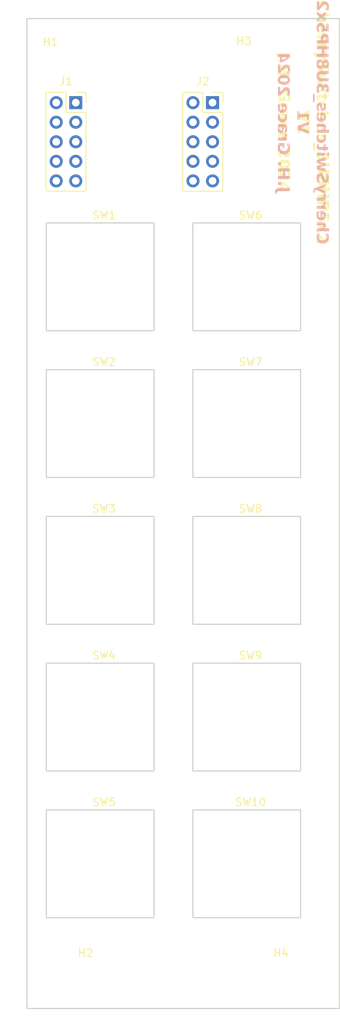
<source format=kicad_pcb>
(kicad_pcb (version 20240108) (generator "pcbnew") (generator_version "8.0")
  (layers (0 "F.Cu" signal) (31 "B.Cu" signal) (34 "B.Paste" user) (35 "F.Paste" user) (36 "B.SilkS" user "B.Silkscreen") (37 "F.SilkS" user "F.Silkscreen") (38 "B.Mask" user) (39 "F.Mask" user) (44 "Edge.Cuts" user))
  (net 0 "")
  (footprint "EXC:SW_Cherry_MX_1.00u_Mount" (layer "F.Cu") (at 9.52498 55)
    (property "Reference" "SW2" (at 0.5 -8 0) (layer "F.SilkS"))
    (property "Value" "SW_SPST")
    (fp_rect (start -7 -7) (end 7 7) (stroke (width 0.15)) (fill none) (layer "Edge.Cuts"))
  )
  (footprint "Connector_PinSocket_2.54mm:PinSocket_2x05_P2.54mm_Vertical" (layer "F.Cu") (at 24.13 13.335)
    (property "Reference" "J2" (at -1.27 -2.77 0) (layer "F.SilkS"))
    (property "Value" "Conn_02x05_Odd_Even")
    (fp_line (start -3.87 -1.33) (end -3.87 11.49) (stroke (width 0.12)) (layer "F.SilkS"))
    (fp_line (start -3.87 -1.33) (end -1.27 -1.33) (stroke (width 0.12)) (layer "F.SilkS"))
    (fp_line (start -3.87 11.49) (end 1.33 11.49) (stroke (width 0.12)) (layer "F.SilkS"))
    (fp_line (start -1.27 -1.33) (end -1.27 1.27) (stroke (width 0.12)) (layer "F.SilkS"))
    (fp_line (start -1.27 1.27) (end 1.33 1.27) (stroke (width 0.12)) (layer "F.SilkS"))
    (fp_line (start 0 -1.33) (end 1.33 -1.33) (stroke (width 0.12)) (layer "F.SilkS"))
    (fp_line (start 1.33 -1.33) (end 1.33 0) (stroke (width 0.12)) (layer "F.SilkS"))
    (fp_line (start 1.33 1.27) (end 1.33 11.49) (stroke (width 0.12)) (layer "F.SilkS"))
    (pad "1" thru_hole rect (at 0 0) (size 1.7 1.7) (drill 1) (layers "*.Cu" "*.Mask"))
    (pad "2" thru_hole oval (at -2.54 0) (size 1.7 1.7) (drill 1) (layers "*.Cu" "*.Mask"))
    (pad "3" thru_hole oval (at 0 2.54) (size 1.7 1.7) (drill 1) (layers "*.Cu" "*.Mask"))
    (pad "4" thru_hole oval (at -2.54 2.54) (size 1.7 1.7) (drill 1) (layers "*.Cu" "*.Mask"))
    (pad "5" thru_hole oval (at 0 5.08) (size 1.7 1.7) (drill 1) (layers "*.Cu" "*.Mask"))
    (pad "6" thru_hole oval (at -2.54 5.08) (size 1.7 1.7) (drill 1) (layers "*.Cu" "*.Mask"))
    (pad "7" thru_hole oval (at 0 7.62) (size 1.7 1.7) (drill 1) (layers "*.Cu" "*.Mask"))
    (pad "8" thru_hole oval (at -2.54 7.62) (size 1.7 1.7) (drill 1) (layers "*.Cu" "*.Mask"))
    (pad "9" thru_hole oval (at 0 10.16) (size 1.7 1.7) (drill 1) (layers "*.Cu" "*.Mask"))
    (pad "10" thru_hole oval (at -2.54 10.16) (size 1.7 1.7) (drill 1) (layers "*.Cu" "*.Mask"))
  )
  (footprint "EXC:SW_Cherry_MX_1.00u_Mount" (layer "F.Cu") (at 28.575 35.95)
    (property "Reference" "SW6" (at 0.5 -8 0) (layer "F.SilkS"))
    (property "Value" "SW_SPST")
    (fp_rect (start -7 -7) (end 7 7) (stroke (width 0.15)) (fill none) (layer "Edge.Cuts"))
  )
  (footprint "EXC:SW_Cherry_MX_1.00u_Mount" (layer "F.Cu") (at 28.575 112.15)
    (property "Reference" "SW10" (at 0.5 -8 0) (layer "F.SilkS"))
    (property "Value" "SW_SPST")
    (fp_rect (start -7 -7) (end 7 7) (stroke (width 0.15)) (fill none) (layer "Edge.Cuts"))
  )
  (footprint "EXC:SW_Cherry_MX_1.00u_Mount" (layer "F.Cu") (at 28.575 93.1)
    (property "Reference" "SW9" (at 0.5 -8 0) (layer "F.SilkS"))
    (property "Value" "SW_SPST")
    (fp_rect (start -7 -7) (end 7 7) (stroke (width 0.15)) (fill none) (layer "Edge.Cuts"))
  )
  (footprint "EXC:SW_Cherry_MX_1.00u_Mount" (layer "F.Cu") (at 9.52498 112.15)
    (property "Reference" "SW5" (at 0.5 -8 0) (layer "F.SilkS"))
    (property "Value" "SW_SPST")
    (fp_rect (start -7 -7) (end 7 7) (stroke (width 0.15)) (fill none) (layer "Edge.Cuts"))
  )
  (footprint "EXC:SW_Cherry_MX_1.00u_Mount" (layer "F.Cu") (at 28.575 55)
    (property "Reference" "SW7" (at 0.5 -8 0) (layer "F.SilkS"))
    (property "Value" "SW_SPST")
    (fp_rect (start -7 -7) (end 7 7) (stroke (width 0.15)) (fill none) (layer "Edge.Cuts"))
  )
  (footprint "MountingHole:MountingHole_3.2mm_M3" (layer "F.Cu") (at 7.61962 127.925)
    (property "Reference" "H2" (at 0 -4.2 0) (layer "F.SilkS"))
    (property "Value" "MountingHole")
    (pad "" np_thru_hole circle (at 0 0) (size 3.2 3.2) (drill 3.2) (layers "*.Cu" "*.Mask"))
  )
  (footprint "Connector_PinSocket_2.54mm:PinSocket_2x05_P2.54mm_Vertical" (layer "F.Cu") (at 6.35 13.335)
    (property "Reference" "J1" (at -1.27 -2.77 0) (layer "F.SilkS"))
    (property "Value" "Conn_02x05_Odd_Even")
    (fp_line (start -3.87 -1.33) (end -3.87 11.49) (stroke (width 0.12)) (layer "F.SilkS"))
    (fp_line (start -3.87 -1.33) (end -1.27 -1.33) (stroke (width 0.12)) (layer "F.SilkS"))
    (fp_line (start -3.87 11.49) (end 1.33 11.49) (stroke (width 0.12)) (layer "F.SilkS"))
    (fp_line (start -1.27 -1.33) (end -1.27 1.27) (stroke (width 0.12)) (layer "F.SilkS"))
    (fp_line (start -1.27 1.27) (end 1.33 1.27) (stroke (width 0.12)) (layer "F.SilkS"))
    (fp_line (start 0 -1.33) (end 1.33 -1.33) (stroke (width 0.12)) (layer "F.SilkS"))
    (fp_line (start 1.33 -1.33) (end 1.33 0) (stroke (width 0.12)) (layer "F.SilkS"))
    (fp_line (start 1.33 1.27) (end 1.33 11.49) (stroke (width 0.12)) (layer "F.SilkS"))
    (pad "1" thru_hole rect (at 0 0) (size 1.7 1.7) (drill 1) (layers "*.Cu" "*.Mask"))
    (pad "2" thru_hole oval (at -2.54 0) (size 1.7 1.7) (drill 1) (layers "*.Cu" "*.Mask"))
    (pad "3" thru_hole oval (at 0 2.54) (size 1.7 1.7) (drill 1) (layers "*.Cu" "*.Mask"))
    (pad "4" thru_hole oval (at -2.54 2.54) (size 1.7 1.7) (drill 1) (layers "*.Cu" "*.Mask"))
    (pad "5" thru_hole oval (at 0 5.08) (size 1.7 1.7) (drill 1) (layers "*.Cu" "*.Mask"))
    (pad "6" thru_hole oval (at -2.54 5.08) (size 1.7 1.7) (drill 1) (layers "*.Cu" "*.Mask"))
    (pad "7" thru_hole oval (at 0 7.62) (size 1.7 1.7) (drill 1) (layers "*.Cu" "*.Mask"))
    (pad "8" thru_hole oval (at -2.54 7.62) (size 1.7 1.7) (drill 1) (layers "*.Cu" "*.Mask"))
    (pad "9" thru_hole oval (at 0 10.16) (size 1.7 1.7) (drill 1) (layers "*.Cu" "*.Mask"))
    (pad "10" thru_hole oval (at -2.54 10.16) (size 1.7 1.7) (drill 1) (layers "*.Cu" "*.Mask"))
  )
  (footprint "EXC:SW_Cherry_MX_1.00u_Mount" (layer "F.Cu") (at 9.52498 74.05)
    (property "Reference" "SW3" (at 0.5 -8 0) (layer "F.SilkS"))
    (property "Value" "SW_SPST")
    (fp_rect (start -7 -7) (end 7 7) (stroke (width 0.15)) (fill none) (layer "Edge.Cuts"))
  )
  (footprint "EXC:SW_Cherry_MX_1.00u_Mount" (layer "F.Cu") (at 9.52498 93.1)
    (property "Reference" "SW4" (at 0.5 -8 0) (layer "F.SilkS"))
    (property "Value" "SW_SPST")
    (fp_rect (start -7 -7) (end 7 7) (stroke (width 0.15)) (fill none) (layer "Edge.Cuts"))
  )
  (footprint "EXC:SW_Cherry_MX_1.00u_Mount" (layer "F.Cu") (at 9.52498 35.95)
    (property "Reference" "SW1" (at 0.5 -8 0) (layer "F.SilkS"))
    (property "Value" "SW_SPST")
    (fp_rect (start -7 -7) (end 7 7) (stroke (width 0.15)) (fill none) (layer "Edge.Cuts"))
  )
  (footprint "MountingHole:MountingHole_3.2mm_M3" (layer "F.Cu") (at 33.0196 5.425)
    (property "Reference" "H3" (at -4.8256 -0.091 0) (layer "F.SilkS"))
    (property "Value" "MountingHole")
    (pad "" np_thru_hole circle (at 0 0) (size 3.2 3.2) (drill 3.2) (layers "*.Cu" "*.Mask"))
  )
  (footprint "MountingHole:MountingHole_3.2mm_M3" (layer "F.Cu") (at 7.61962 5.425)
    (property "Reference" "H1" (at -4.57162 0.036 0) (layer "F.SilkS"))
    (property "Value" "MountingHole")
    (pad "" np_thru_hole circle (at 0 0) (size 3.2 3.2) (drill 3.2) (layers "*.Cu" "*.Mask"))
  )
  (footprint "MountingHole:MountingHole_3.2mm_M3" (layer "F.Cu") (at 33.0196 127.925)
    (property "Reference" "H4" (at 0 -4.2 0) (layer "F.SilkS"))
    (property "Value" "MountingHole")
    (pad "" np_thru_hole circle (at 0 0) (size 3.2 3.2) (drill 3.2) (layers "*.Cu" "*.Mask"))
  )
  (footprint "EXC:SW_Cherry_MX_1.00u_Mount" (layer "F.Cu") (at 28.575 74.05)
    (property "Reference" "SW8" (at 0.5 -8 0) (layer "F.SilkS"))
    (property "Value" "SW_SPST")
    (fp_rect (start -7 -7) (end 7 7) (stroke (width 0.15)) (fill none) (layer "Edge.Cuts"))
  )
  (gr_rect (start 0 2.425) (end 40.64 130.925) (stroke (width 0.15)) (fill none) (layer "Edge.Cuts"))
  (gr_text "CherrySwitches_3U8HP5x2\nV1\nJ.H. Grace 2024" (at 32.385 15.875 270) (layer "B.SilkS") (effects (font (size 1.5 1.5) (thickness 0.3) (bold yes)) (justify bottom mirror)))
  (gr_text "CherrySwitches_3U8HP5x2\nV1\nJ.H. Grace 2024" (at 39.243 15.875 270) (layer "F.SilkS") (effects (font (size 1.5 1.5) (thickness 0.3) (bold yes)) (justify top)))
)
</source>
